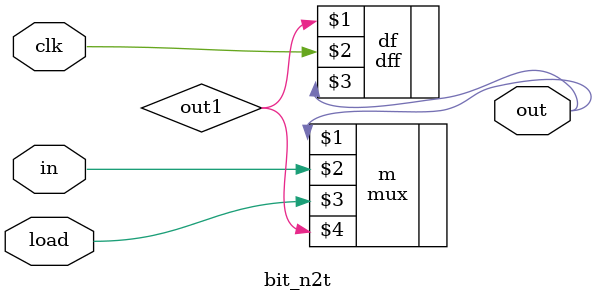
<source format=sv>
`ifndef mux
    `include "../01/mux.sv"
`endif
`ifndef dff
    `include "dff.sv"
`endif
`define bit_n2t 1

module bit_n2t(
  input  in,
  input  load,
  input  clk,
  output out
);
  mux m (out, in, load, out1);
  dff df (out1, clk, out);
endmodule

</source>
